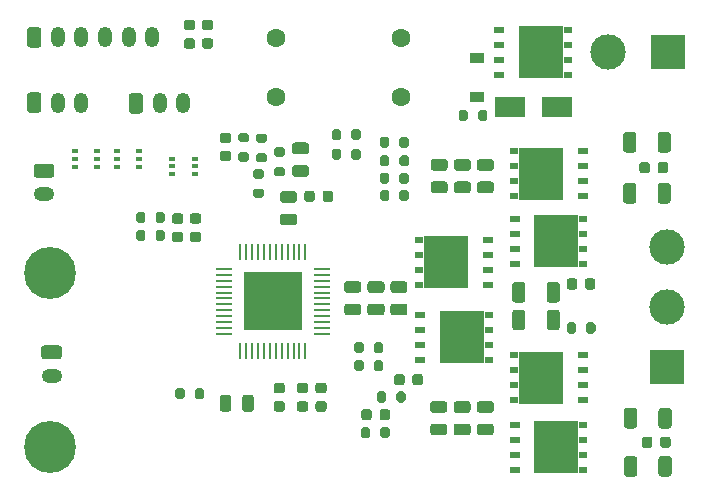
<source format=gts>
G04 #@! TF.GenerationSoftware,KiCad,Pcbnew,5.1.12-84ad8e8a86~92~ubuntu20.04.1*
G04 #@! TF.CreationDate,2022-01-19T10:21:35+02:00*
G04 #@! TF.ProjectId,opm-inline,6f706d2d-696e-46c6-996e-652e6b696361,rev?*
G04 #@! TF.SameCoordinates,Original*
G04 #@! TF.FileFunction,Soldermask,Top*
G04 #@! TF.FilePolarity,Negative*
%FSLAX46Y46*%
G04 Gerber Fmt 4.6, Leading zero omitted, Abs format (unit mm)*
G04 Created by KiCad (PCBNEW 5.1.12-84ad8e8a86~92~ubuntu20.04.1) date 2022-01-19 10:21:35*
%MOMM*%
%LPD*%
G01*
G04 APERTURE LIST*
%ADD10R,3.750000X4.410000*%
%ADD11R,0.800000X0.600000*%
%ADD12R,0.850000X0.500000*%
%ADD13R,3.000000X3.000000*%
%ADD14C,3.000000*%
%ADD15O,1.200000X1.750000*%
%ADD16C,1.600000*%
%ADD17R,5.003800X5.003800*%
%ADD18R,1.346200X0.279400*%
%ADD19R,0.279400X1.346200*%
%ADD20O,1.750000X1.200000*%
%ADD21C,0.700000*%
%ADD22C,4.400000*%
%ADD23R,1.200000X0.900000*%
%ADD24R,2.500000X1.800000*%
%ADD25R,0.499999X0.399999*%
G04 APERTURE END LIST*
D10*
G04 #@! TO.C,Q6*
X168090000Y-93980000D03*
D11*
X170365000Y-92075000D03*
X170365000Y-93345000D03*
X170365000Y-94615000D03*
X170365000Y-95885000D03*
D12*
X164540000Y-94615000D03*
X164540000Y-93345000D03*
X164540000Y-95885000D03*
X164540000Y-92075000D03*
G04 #@! TD*
D10*
G04 #@! TO.C,Q5*
X166780000Y-87630000D03*
D11*
X164505000Y-89535000D03*
X164505000Y-88265000D03*
X164505000Y-86995000D03*
X164505000Y-85725000D03*
D12*
X170330000Y-86995000D03*
X170330000Y-88265000D03*
X170330000Y-85725000D03*
X170330000Y-89535000D03*
G04 #@! TD*
D13*
G04 #@! TO.C,U3*
X185420000Y-96520000D03*
D14*
X185420000Y-91440000D03*
X185420000Y-86360000D03*
G04 #@! TD*
D13*
G04 #@! TO.C,U2*
X185547000Y-69850000D03*
D14*
X180467000Y-69850000D03*
G04 #@! TD*
D10*
G04 #@! TO.C,Q4*
X176100000Y-103270000D03*
D11*
X178375000Y-101365000D03*
X178375000Y-102635000D03*
X178375000Y-103905000D03*
X178375000Y-105175000D03*
D12*
X172550000Y-103905000D03*
X172550000Y-102635000D03*
X172550000Y-105175000D03*
X172550000Y-101365000D03*
G04 #@! TD*
D10*
G04 #@! TO.C,Q3*
X174800000Y-97420000D03*
D11*
X172525000Y-99325000D03*
X172525000Y-98055000D03*
X172525000Y-96785000D03*
X172525000Y-95515000D03*
D12*
X178350000Y-96785000D03*
X178350000Y-98055000D03*
X178350000Y-95515000D03*
X178350000Y-99325000D03*
G04 #@! TD*
D10*
G04 #@! TO.C,Q2*
X176100000Y-85860000D03*
D11*
X178375000Y-83955000D03*
X178375000Y-85225000D03*
X178375000Y-86495000D03*
X178375000Y-87765000D03*
D12*
X172550000Y-86495000D03*
X172550000Y-85225000D03*
X172550000Y-87765000D03*
X172550000Y-83955000D03*
G04 #@! TD*
D10*
G04 #@! TO.C,Q1*
X174800000Y-80110000D03*
D11*
X172525000Y-82015000D03*
X172525000Y-80745000D03*
X172525000Y-79475000D03*
X172525000Y-78205000D03*
D12*
X178350000Y-79475000D03*
X178350000Y-80745000D03*
X178350000Y-78205000D03*
X178350000Y-82015000D03*
G04 #@! TD*
D15*
G04 #@! TO.C,J3*
X141880000Y-68580000D03*
X139880000Y-68580000D03*
X137880000Y-68580000D03*
X135880000Y-68580000D03*
X133880000Y-68580000D03*
G36*
G01*
X131280000Y-69205001D02*
X131280000Y-67954999D01*
G75*
G02*
X131529999Y-67705000I249999J0D01*
G01*
X132230001Y-67705000D01*
G75*
G02*
X132480000Y-67954999I0J-249999D01*
G01*
X132480000Y-69205001D01*
G75*
G02*
X132230001Y-69455000I-249999J0D01*
G01*
X131529999Y-69455000D01*
G75*
G02*
X131280000Y-69205001I0J249999D01*
G01*
G37*
G04 #@! TD*
G04 #@! TO.C,R15*
G36*
G01*
X173472000Y-91884999D02*
X173472000Y-93135001D01*
G75*
G02*
X173222001Y-93385000I-249999J0D01*
G01*
X172596999Y-93385000D01*
G75*
G02*
X172347000Y-93135001I0J249999D01*
G01*
X172347000Y-91884999D01*
G75*
G02*
X172596999Y-91635000I249999J0D01*
G01*
X173222001Y-91635000D01*
G75*
G02*
X173472000Y-91884999I0J-249999D01*
G01*
G37*
G36*
G01*
X176397000Y-91884999D02*
X176397000Y-93135001D01*
G75*
G02*
X176147001Y-93385000I-249999J0D01*
G01*
X175521999Y-93385000D01*
G75*
G02*
X175272000Y-93135001I0J249999D01*
G01*
X175272000Y-91884999D01*
G75*
G02*
X175521999Y-91635000I249999J0D01*
G01*
X176147001Y-91635000D01*
G75*
G02*
X176397000Y-91884999I0J-249999D01*
G01*
G37*
G04 #@! TD*
G04 #@! TO.C,R14*
G36*
G01*
X173472000Y-89544999D02*
X173472000Y-90795001D01*
G75*
G02*
X173222001Y-91045000I-249999J0D01*
G01*
X172596999Y-91045000D01*
G75*
G02*
X172347000Y-90795001I0J249999D01*
G01*
X172347000Y-89544999D01*
G75*
G02*
X172596999Y-89295000I249999J0D01*
G01*
X173222001Y-89295000D01*
G75*
G02*
X173472000Y-89544999I0J-249999D01*
G01*
G37*
G36*
G01*
X176397000Y-89544999D02*
X176397000Y-90795001D01*
G75*
G02*
X176147001Y-91045000I-249999J0D01*
G01*
X175521999Y-91045000D01*
G75*
G02*
X175272000Y-90795001I0J249999D01*
G01*
X175272000Y-89544999D01*
G75*
G02*
X175521999Y-89295000I249999J0D01*
G01*
X176147001Y-89295000D01*
G75*
G02*
X176397000Y-89544999I0J-249999D01*
G01*
G37*
G04 #@! TD*
G04 #@! TO.C,R10*
G36*
G01*
X182940000Y-104284999D02*
X182940000Y-105535001D01*
G75*
G02*
X182690001Y-105785000I-249999J0D01*
G01*
X182064999Y-105785000D01*
G75*
G02*
X181815000Y-105535001I0J249999D01*
G01*
X181815000Y-104284999D01*
G75*
G02*
X182064999Y-104035000I249999J0D01*
G01*
X182690001Y-104035000D01*
G75*
G02*
X182940000Y-104284999I0J-249999D01*
G01*
G37*
G36*
G01*
X185865000Y-104284999D02*
X185865000Y-105535001D01*
G75*
G02*
X185615001Y-105785000I-249999J0D01*
G01*
X184989999Y-105785000D01*
G75*
G02*
X184740000Y-105535001I0J249999D01*
G01*
X184740000Y-104284999D01*
G75*
G02*
X184989999Y-104035000I249999J0D01*
G01*
X185615001Y-104035000D01*
G75*
G02*
X185865000Y-104284999I0J-249999D01*
G01*
G37*
G04 #@! TD*
G04 #@! TO.C,R9*
G36*
G01*
X182940000Y-100204999D02*
X182940000Y-101455001D01*
G75*
G02*
X182690001Y-101705000I-249999J0D01*
G01*
X182064999Y-101705000D01*
G75*
G02*
X181815000Y-101455001I0J249999D01*
G01*
X181815000Y-100204999D01*
G75*
G02*
X182064999Y-99955000I249999J0D01*
G01*
X182690001Y-99955000D01*
G75*
G02*
X182940000Y-100204999I0J-249999D01*
G01*
G37*
G36*
G01*
X185865000Y-100204999D02*
X185865000Y-101455001D01*
G75*
G02*
X185615001Y-101705000I-249999J0D01*
G01*
X184989999Y-101705000D01*
G75*
G02*
X184740000Y-101455001I0J249999D01*
G01*
X184740000Y-100204999D01*
G75*
G02*
X184989999Y-99955000I249999J0D01*
G01*
X185615001Y-99955000D01*
G75*
G02*
X185865000Y-100204999I0J-249999D01*
G01*
G37*
G04 #@! TD*
G04 #@! TO.C,R8*
G36*
G01*
X182862000Y-81154999D02*
X182862000Y-82405001D01*
G75*
G02*
X182612001Y-82655000I-249999J0D01*
G01*
X181986999Y-82655000D01*
G75*
G02*
X181737000Y-82405001I0J249999D01*
G01*
X181737000Y-81154999D01*
G75*
G02*
X181986999Y-80905000I249999J0D01*
G01*
X182612001Y-80905000D01*
G75*
G02*
X182862000Y-81154999I0J-249999D01*
G01*
G37*
G36*
G01*
X185787000Y-81154999D02*
X185787000Y-82405001D01*
G75*
G02*
X185537001Y-82655000I-249999J0D01*
G01*
X184911999Y-82655000D01*
G75*
G02*
X184662000Y-82405001I0J249999D01*
G01*
X184662000Y-81154999D01*
G75*
G02*
X184911999Y-80905000I249999J0D01*
G01*
X185537001Y-80905000D01*
G75*
G02*
X185787000Y-81154999I0J-249999D01*
G01*
G37*
G04 #@! TD*
G04 #@! TO.C,R7*
G36*
G01*
X182862000Y-76844999D02*
X182862000Y-78095001D01*
G75*
G02*
X182612001Y-78345000I-249999J0D01*
G01*
X181986999Y-78345000D01*
G75*
G02*
X181737000Y-78095001I0J249999D01*
G01*
X181737000Y-76844999D01*
G75*
G02*
X181986999Y-76595000I249999J0D01*
G01*
X182612001Y-76595000D01*
G75*
G02*
X182862000Y-76844999I0J-249999D01*
G01*
G37*
G36*
G01*
X185787000Y-76844999D02*
X185787000Y-78095001D01*
G75*
G02*
X185537001Y-78345000I-249999J0D01*
G01*
X184911999Y-78345000D01*
G75*
G02*
X184662000Y-78095001I0J249999D01*
G01*
X184662000Y-76844999D01*
G75*
G02*
X184911999Y-76595000I249999J0D01*
G01*
X185537001Y-76595000D01*
G75*
G02*
X185787000Y-76844999I0J-249999D01*
G01*
G37*
G04 #@! TD*
G04 #@! TO.C,R26*
G36*
G01*
X145490000Y-99035000D02*
X145490000Y-98485000D01*
G75*
G02*
X145690000Y-98285000I200000J0D01*
G01*
X146090000Y-98285000D01*
G75*
G02*
X146290000Y-98485000I0J-200000D01*
G01*
X146290000Y-99035000D01*
G75*
G02*
X146090000Y-99235000I-200000J0D01*
G01*
X145690000Y-99235000D01*
G75*
G02*
X145490000Y-99035000I0J200000D01*
G01*
G37*
G36*
G01*
X143840000Y-99035000D02*
X143840000Y-98485000D01*
G75*
G02*
X144040000Y-98285000I200000J0D01*
G01*
X144440000Y-98285000D01*
G75*
G02*
X144640000Y-98485000I0J-200000D01*
G01*
X144640000Y-99035000D01*
G75*
G02*
X144440000Y-99235000I-200000J0D01*
G01*
X144040000Y-99235000D01*
G75*
G02*
X143840000Y-99035000I0J200000D01*
G01*
G37*
G04 #@! TD*
G04 #@! TO.C,R25*
G36*
G01*
X152929000Y-78696000D02*
X152379000Y-78696000D01*
G75*
G02*
X152179000Y-78496000I0J200000D01*
G01*
X152179000Y-78096000D01*
G75*
G02*
X152379000Y-77896000I200000J0D01*
G01*
X152929000Y-77896000D01*
G75*
G02*
X153129000Y-78096000I0J-200000D01*
G01*
X153129000Y-78496000D01*
G75*
G02*
X152929000Y-78696000I-200000J0D01*
G01*
G37*
G36*
G01*
X152929000Y-80346000D02*
X152379000Y-80346000D01*
G75*
G02*
X152179000Y-80146000I0J200000D01*
G01*
X152179000Y-79746000D01*
G75*
G02*
X152379000Y-79546000I200000J0D01*
G01*
X152929000Y-79546000D01*
G75*
G02*
X153129000Y-79746000I0J-200000D01*
G01*
X153129000Y-80146000D01*
G75*
G02*
X152929000Y-80346000I-200000J0D01*
G01*
G37*
G04 #@! TD*
G04 #@! TO.C,C20*
G36*
G01*
X144272000Y-84376000D02*
X143772000Y-84376000D01*
G75*
G02*
X143547000Y-84151000I0J225000D01*
G01*
X143547000Y-83701000D01*
G75*
G02*
X143772000Y-83476000I225000J0D01*
G01*
X144272000Y-83476000D01*
G75*
G02*
X144497000Y-83701000I0J-225000D01*
G01*
X144497000Y-84151000D01*
G75*
G02*
X144272000Y-84376000I-225000J0D01*
G01*
G37*
G36*
G01*
X144272000Y-85926000D02*
X143772000Y-85926000D01*
G75*
G02*
X143547000Y-85701000I0J225000D01*
G01*
X143547000Y-85251000D01*
G75*
G02*
X143772000Y-85026000I225000J0D01*
G01*
X144272000Y-85026000D01*
G75*
G02*
X144497000Y-85251000I0J-225000D01*
G01*
X144497000Y-85701000D01*
G75*
G02*
X144272000Y-85926000I-225000J0D01*
G01*
G37*
G04 #@! TD*
G04 #@! TO.C,C19*
G36*
G01*
X153891000Y-82608000D02*
X152941000Y-82608000D01*
G75*
G02*
X152691000Y-82358000I0J250000D01*
G01*
X152691000Y-81858000D01*
G75*
G02*
X152941000Y-81608000I250000J0D01*
G01*
X153891000Y-81608000D01*
G75*
G02*
X154141000Y-81858000I0J-250000D01*
G01*
X154141000Y-82358000D01*
G75*
G02*
X153891000Y-82608000I-250000J0D01*
G01*
G37*
G36*
G01*
X153891000Y-84508000D02*
X152941000Y-84508000D01*
G75*
G02*
X152691000Y-84258000I0J250000D01*
G01*
X152691000Y-83758000D01*
G75*
G02*
X152941000Y-83508000I250000J0D01*
G01*
X153891000Y-83508000D01*
G75*
G02*
X154141000Y-83758000I0J-250000D01*
G01*
X154141000Y-84258000D01*
G75*
G02*
X153891000Y-84508000I-250000J0D01*
G01*
G37*
G04 #@! TD*
G04 #@! TO.C,C18*
G36*
G01*
X148582000Y-99093000D02*
X148582000Y-100043000D01*
G75*
G02*
X148332000Y-100293000I-250000J0D01*
G01*
X147832000Y-100293000D01*
G75*
G02*
X147582000Y-100043000I0J250000D01*
G01*
X147582000Y-99093000D01*
G75*
G02*
X147832000Y-98843000I250000J0D01*
G01*
X148332000Y-98843000D01*
G75*
G02*
X148582000Y-99093000I0J-250000D01*
G01*
G37*
G36*
G01*
X150482000Y-99093000D02*
X150482000Y-100043000D01*
G75*
G02*
X150232000Y-100293000I-250000J0D01*
G01*
X149732000Y-100293000D01*
G75*
G02*
X149482000Y-100043000I0J250000D01*
G01*
X149482000Y-99093000D01*
G75*
G02*
X149732000Y-98843000I250000J0D01*
G01*
X150232000Y-98843000D01*
G75*
G02*
X150482000Y-99093000I0J-250000D01*
G01*
G37*
G04 #@! TD*
G04 #@! TO.C,C13*
G36*
G01*
X154907000Y-78483000D02*
X153957000Y-78483000D01*
G75*
G02*
X153707000Y-78233000I0J250000D01*
G01*
X153707000Y-77733000D01*
G75*
G02*
X153957000Y-77483000I250000J0D01*
G01*
X154907000Y-77483000D01*
G75*
G02*
X155157000Y-77733000I0J-250000D01*
G01*
X155157000Y-78233000D01*
G75*
G02*
X154907000Y-78483000I-250000J0D01*
G01*
G37*
G36*
G01*
X154907000Y-80383000D02*
X153957000Y-80383000D01*
G75*
G02*
X153707000Y-80133000I0J250000D01*
G01*
X153707000Y-79633000D01*
G75*
G02*
X153957000Y-79383000I250000J0D01*
G01*
X154907000Y-79383000D01*
G75*
G02*
X155157000Y-79633000I0J-250000D01*
G01*
X155157000Y-80133000D01*
G75*
G02*
X154907000Y-80383000I-250000J0D01*
G01*
G37*
G04 #@! TD*
D16*
G04 #@! TO.C,C16*
X152330000Y-68660000D03*
X152330000Y-73660000D03*
G04 #@! TD*
G04 #@! TO.C,C15*
X162918000Y-68660000D03*
X162918000Y-73660000D03*
G04 #@! TD*
G04 #@! TO.C,R22*
G36*
G01*
X142157000Y-84095000D02*
X142157000Y-83545000D01*
G75*
G02*
X142357000Y-83345000I200000J0D01*
G01*
X142757000Y-83345000D01*
G75*
G02*
X142957000Y-83545000I0J-200000D01*
G01*
X142957000Y-84095000D01*
G75*
G02*
X142757000Y-84295000I-200000J0D01*
G01*
X142357000Y-84295000D01*
G75*
G02*
X142157000Y-84095000I0J200000D01*
G01*
G37*
G36*
G01*
X140507000Y-84095000D02*
X140507000Y-83545000D01*
G75*
G02*
X140707000Y-83345000I200000J0D01*
G01*
X141107000Y-83345000D01*
G75*
G02*
X141307000Y-83545000I0J-200000D01*
G01*
X141307000Y-84095000D01*
G75*
G02*
X141107000Y-84295000I-200000J0D01*
G01*
X140707000Y-84295000D01*
G75*
G02*
X140507000Y-84095000I0J200000D01*
G01*
G37*
G04 #@! TD*
G04 #@! TO.C,R21*
G36*
G01*
X141307000Y-85069000D02*
X141307000Y-85619000D01*
G75*
G02*
X141107000Y-85819000I-200000J0D01*
G01*
X140707000Y-85819000D01*
G75*
G02*
X140507000Y-85619000I0J200000D01*
G01*
X140507000Y-85069000D01*
G75*
G02*
X140707000Y-84869000I200000J0D01*
G01*
X141107000Y-84869000D01*
G75*
G02*
X141307000Y-85069000I0J-200000D01*
G01*
G37*
G36*
G01*
X142957000Y-85069000D02*
X142957000Y-85619000D01*
G75*
G02*
X142757000Y-85819000I-200000J0D01*
G01*
X142357000Y-85819000D01*
G75*
G02*
X142157000Y-85619000I0J200000D01*
G01*
X142157000Y-85069000D01*
G75*
G02*
X142357000Y-84869000I200000J0D01*
G01*
X142757000Y-84869000D01*
G75*
G02*
X142957000Y-85069000I0J-200000D01*
G01*
G37*
G04 #@! TD*
G04 #@! TO.C,R20*
G36*
G01*
X158730000Y-77110000D02*
X158730000Y-76560000D01*
G75*
G02*
X158930000Y-76360000I200000J0D01*
G01*
X159330000Y-76360000D01*
G75*
G02*
X159530000Y-76560000I0J-200000D01*
G01*
X159530000Y-77110000D01*
G75*
G02*
X159330000Y-77310000I-200000J0D01*
G01*
X158930000Y-77310000D01*
G75*
G02*
X158730000Y-77110000I0J200000D01*
G01*
G37*
G36*
G01*
X157080000Y-77110000D02*
X157080000Y-76560000D01*
G75*
G02*
X157280000Y-76360000I200000J0D01*
G01*
X157680000Y-76360000D01*
G75*
G02*
X157880000Y-76560000I0J-200000D01*
G01*
X157880000Y-77110000D01*
G75*
G02*
X157680000Y-77310000I-200000J0D01*
G01*
X157280000Y-77310000D01*
G75*
G02*
X157080000Y-77110000I0J200000D01*
G01*
G37*
G04 #@! TD*
G04 #@! TO.C,R19*
G36*
G01*
X158730000Y-78761000D02*
X158730000Y-78211000D01*
G75*
G02*
X158930000Y-78011000I200000J0D01*
G01*
X159330000Y-78011000D01*
G75*
G02*
X159530000Y-78211000I0J-200000D01*
G01*
X159530000Y-78761000D01*
G75*
G02*
X159330000Y-78961000I-200000J0D01*
G01*
X158930000Y-78961000D01*
G75*
G02*
X158730000Y-78761000I0J200000D01*
G01*
G37*
G36*
G01*
X157080000Y-78761000D02*
X157080000Y-78211000D01*
G75*
G02*
X157280000Y-78011000I200000J0D01*
G01*
X157680000Y-78011000D01*
G75*
G02*
X157880000Y-78211000I0J-200000D01*
G01*
X157880000Y-78761000D01*
G75*
G02*
X157680000Y-78961000I-200000J0D01*
G01*
X157280000Y-78961000D01*
G75*
G02*
X157080000Y-78761000I0J200000D01*
G01*
G37*
G04 #@! TD*
G04 #@! TO.C,R18*
G36*
G01*
X151405000Y-77526000D02*
X150855000Y-77526000D01*
G75*
G02*
X150655000Y-77326000I0J200000D01*
G01*
X150655000Y-76926000D01*
G75*
G02*
X150855000Y-76726000I200000J0D01*
G01*
X151405000Y-76726000D01*
G75*
G02*
X151605000Y-76926000I0J-200000D01*
G01*
X151605000Y-77326000D01*
G75*
G02*
X151405000Y-77526000I-200000J0D01*
G01*
G37*
G36*
G01*
X151405000Y-79176000D02*
X150855000Y-79176000D01*
G75*
G02*
X150655000Y-78976000I0J200000D01*
G01*
X150655000Y-78576000D01*
G75*
G02*
X150855000Y-78376000I200000J0D01*
G01*
X151405000Y-78376000D01*
G75*
G02*
X151605000Y-78576000I0J-200000D01*
G01*
X151605000Y-78976000D01*
G75*
G02*
X151405000Y-79176000I-200000J0D01*
G01*
G37*
G04 #@! TD*
G04 #@! TO.C,R17*
G36*
G01*
X149881000Y-77462000D02*
X149331000Y-77462000D01*
G75*
G02*
X149131000Y-77262000I0J200000D01*
G01*
X149131000Y-76862000D01*
G75*
G02*
X149331000Y-76662000I200000J0D01*
G01*
X149881000Y-76662000D01*
G75*
G02*
X150081000Y-76862000I0J-200000D01*
G01*
X150081000Y-77262000D01*
G75*
G02*
X149881000Y-77462000I-200000J0D01*
G01*
G37*
G36*
G01*
X149881000Y-79112000D02*
X149331000Y-79112000D01*
G75*
G02*
X149131000Y-78912000I0J200000D01*
G01*
X149131000Y-78512000D01*
G75*
G02*
X149331000Y-78312000I200000J0D01*
G01*
X149881000Y-78312000D01*
G75*
G02*
X150081000Y-78512000I0J-200000D01*
G01*
X150081000Y-78912000D01*
G75*
G02*
X149881000Y-79112000I-200000J0D01*
G01*
G37*
G04 #@! TD*
G04 #@! TO.C,R16*
G36*
G01*
X151151000Y-80537000D02*
X150601000Y-80537000D01*
G75*
G02*
X150401000Y-80337000I0J200000D01*
G01*
X150401000Y-79937000D01*
G75*
G02*
X150601000Y-79737000I200000J0D01*
G01*
X151151000Y-79737000D01*
G75*
G02*
X151351000Y-79937000I0J-200000D01*
G01*
X151351000Y-80337000D01*
G75*
G02*
X151151000Y-80537000I-200000J0D01*
G01*
G37*
G36*
G01*
X151151000Y-82187000D02*
X150601000Y-82187000D01*
G75*
G02*
X150401000Y-81987000I0J200000D01*
G01*
X150401000Y-81587000D01*
G75*
G02*
X150601000Y-81387000I200000J0D01*
G01*
X151151000Y-81387000D01*
G75*
G02*
X151351000Y-81587000I0J-200000D01*
G01*
X151351000Y-81987000D01*
G75*
G02*
X151151000Y-82187000I-200000J0D01*
G01*
G37*
G04 #@! TD*
G04 #@! TO.C,R13*
G36*
G01*
X159785000Y-94594000D02*
X159785000Y-95144000D01*
G75*
G02*
X159585000Y-95344000I-200000J0D01*
G01*
X159185000Y-95344000D01*
G75*
G02*
X158985000Y-95144000I0J200000D01*
G01*
X158985000Y-94594000D01*
G75*
G02*
X159185000Y-94394000I200000J0D01*
G01*
X159585000Y-94394000D01*
G75*
G02*
X159785000Y-94594000I0J-200000D01*
G01*
G37*
G36*
G01*
X161435000Y-94594000D02*
X161435000Y-95144000D01*
G75*
G02*
X161235000Y-95344000I-200000J0D01*
G01*
X160835000Y-95344000D01*
G75*
G02*
X160635000Y-95144000I0J200000D01*
G01*
X160635000Y-94594000D01*
G75*
G02*
X160835000Y-94394000I200000J0D01*
G01*
X161235000Y-94394000D01*
G75*
G02*
X161435000Y-94594000I0J-200000D01*
G01*
G37*
G04 #@! TD*
G04 #@! TO.C,R12*
G36*
G01*
X159785000Y-96118000D02*
X159785000Y-96668000D01*
G75*
G02*
X159585000Y-96868000I-200000J0D01*
G01*
X159185000Y-96868000D01*
G75*
G02*
X158985000Y-96668000I0J200000D01*
G01*
X158985000Y-96118000D01*
G75*
G02*
X159185000Y-95918000I200000J0D01*
G01*
X159585000Y-95918000D01*
G75*
G02*
X159785000Y-96118000I0J-200000D01*
G01*
G37*
G36*
G01*
X161435000Y-96118000D02*
X161435000Y-96668000D01*
G75*
G02*
X161235000Y-96868000I-200000J0D01*
G01*
X160835000Y-96868000D01*
G75*
G02*
X160635000Y-96668000I0J200000D01*
G01*
X160635000Y-96118000D01*
G75*
G02*
X160835000Y-95918000I200000J0D01*
G01*
X161235000Y-95918000D01*
G75*
G02*
X161435000Y-96118000I0J-200000D01*
G01*
G37*
G04 #@! TD*
G04 #@! TO.C,R11*
G36*
G01*
X161960000Y-81705000D02*
X161960000Y-82255000D01*
G75*
G02*
X161760000Y-82455000I-200000J0D01*
G01*
X161360000Y-82455000D01*
G75*
G02*
X161160000Y-82255000I0J200000D01*
G01*
X161160000Y-81705000D01*
G75*
G02*
X161360000Y-81505000I200000J0D01*
G01*
X161760000Y-81505000D01*
G75*
G02*
X161960000Y-81705000I0J-200000D01*
G01*
G37*
G36*
G01*
X163610000Y-81705000D02*
X163610000Y-82255000D01*
G75*
G02*
X163410000Y-82455000I-200000J0D01*
G01*
X163010000Y-82455000D01*
G75*
G02*
X162810000Y-82255000I0J200000D01*
G01*
X162810000Y-81705000D01*
G75*
G02*
X163010000Y-81505000I200000J0D01*
G01*
X163410000Y-81505000D01*
G75*
G02*
X163610000Y-81705000I0J-200000D01*
G01*
G37*
G04 #@! TD*
G04 #@! TO.C,R6*
G36*
G01*
X160340000Y-101775000D02*
X160340000Y-102325000D01*
G75*
G02*
X160140000Y-102525000I-200000J0D01*
G01*
X159740000Y-102525000D01*
G75*
G02*
X159540000Y-102325000I0J200000D01*
G01*
X159540000Y-101775000D01*
G75*
G02*
X159740000Y-101575000I200000J0D01*
G01*
X160140000Y-101575000D01*
G75*
G02*
X160340000Y-101775000I0J-200000D01*
G01*
G37*
G36*
G01*
X161990000Y-101775000D02*
X161990000Y-102325000D01*
G75*
G02*
X161790000Y-102525000I-200000J0D01*
G01*
X161390000Y-102525000D01*
G75*
G02*
X161190000Y-102325000I0J200000D01*
G01*
X161190000Y-101775000D01*
G75*
G02*
X161390000Y-101575000I200000J0D01*
G01*
X161790000Y-101575000D01*
G75*
G02*
X161990000Y-101775000I0J-200000D01*
G01*
G37*
G04 #@! TD*
G04 #@! TO.C,R5*
G36*
G01*
X161690000Y-98755000D02*
X161690000Y-99305000D01*
G75*
G02*
X161490000Y-99505000I-200000J0D01*
G01*
X161090000Y-99505000D01*
G75*
G02*
X160890000Y-99305000I0J200000D01*
G01*
X160890000Y-98755000D01*
G75*
G02*
X161090000Y-98555000I200000J0D01*
G01*
X161490000Y-98555000D01*
G75*
G02*
X161690000Y-98755000I0J-200000D01*
G01*
G37*
G36*
G01*
X163340000Y-98755000D02*
X163340000Y-99305000D01*
G75*
G02*
X163140000Y-99505000I-200000J0D01*
G01*
X162740000Y-99505000D01*
G75*
G02*
X162540000Y-99305000I0J200000D01*
G01*
X162540000Y-98755000D01*
G75*
G02*
X162740000Y-98555000I200000J0D01*
G01*
X163140000Y-98555000D01*
G75*
G02*
X163340000Y-98755000I0J-200000D01*
G01*
G37*
G04 #@! TD*
G04 #@! TO.C,R4*
G36*
G01*
X177765000Y-92905000D02*
X177765000Y-93455000D01*
G75*
G02*
X177565000Y-93655000I-200000J0D01*
G01*
X177165000Y-93655000D01*
G75*
G02*
X176965000Y-93455000I0J200000D01*
G01*
X176965000Y-92905000D01*
G75*
G02*
X177165000Y-92705000I200000J0D01*
G01*
X177565000Y-92705000D01*
G75*
G02*
X177765000Y-92905000I0J-200000D01*
G01*
G37*
G36*
G01*
X179415000Y-92905000D02*
X179415000Y-93455000D01*
G75*
G02*
X179215000Y-93655000I-200000J0D01*
G01*
X178815000Y-93655000D01*
G75*
G02*
X178615000Y-93455000I0J200000D01*
G01*
X178615000Y-92905000D01*
G75*
G02*
X178815000Y-92705000I200000J0D01*
G01*
X179215000Y-92705000D01*
G75*
G02*
X179415000Y-92905000I0J-200000D01*
G01*
G37*
G04 #@! TD*
G04 #@! TO.C,R3*
G36*
G01*
X161960000Y-80235000D02*
X161960000Y-80785000D01*
G75*
G02*
X161760000Y-80985000I-200000J0D01*
G01*
X161360000Y-80985000D01*
G75*
G02*
X161160000Y-80785000I0J200000D01*
G01*
X161160000Y-80235000D01*
G75*
G02*
X161360000Y-80035000I200000J0D01*
G01*
X161760000Y-80035000D01*
G75*
G02*
X161960000Y-80235000I0J-200000D01*
G01*
G37*
G36*
G01*
X163610000Y-80235000D02*
X163610000Y-80785000D01*
G75*
G02*
X163410000Y-80985000I-200000J0D01*
G01*
X163010000Y-80985000D01*
G75*
G02*
X162810000Y-80785000I0J200000D01*
G01*
X162810000Y-80235000D01*
G75*
G02*
X163010000Y-80035000I200000J0D01*
G01*
X163410000Y-80035000D01*
G75*
G02*
X163610000Y-80235000I0J-200000D01*
G01*
G37*
G04 #@! TD*
G04 #@! TO.C,R2*
G36*
G01*
X161960000Y-78765000D02*
X161960000Y-79315000D01*
G75*
G02*
X161760000Y-79515000I-200000J0D01*
G01*
X161360000Y-79515000D01*
G75*
G02*
X161160000Y-79315000I0J200000D01*
G01*
X161160000Y-78765000D01*
G75*
G02*
X161360000Y-78565000I200000J0D01*
G01*
X161760000Y-78565000D01*
G75*
G02*
X161960000Y-78765000I0J-200000D01*
G01*
G37*
G36*
G01*
X163610000Y-78765000D02*
X163610000Y-79315000D01*
G75*
G02*
X163410000Y-79515000I-200000J0D01*
G01*
X163010000Y-79515000D01*
G75*
G02*
X162810000Y-79315000I0J200000D01*
G01*
X162810000Y-78765000D01*
G75*
G02*
X163010000Y-78565000I200000J0D01*
G01*
X163410000Y-78565000D01*
G75*
G02*
X163610000Y-78765000I0J-200000D01*
G01*
G37*
G04 #@! TD*
G04 #@! TO.C,R1*
G36*
G01*
X161944000Y-77195000D02*
X161944000Y-77745000D01*
G75*
G02*
X161744000Y-77945000I-200000J0D01*
G01*
X161344000Y-77945000D01*
G75*
G02*
X161144000Y-77745000I0J200000D01*
G01*
X161144000Y-77195000D01*
G75*
G02*
X161344000Y-76995000I200000J0D01*
G01*
X161744000Y-76995000D01*
G75*
G02*
X161944000Y-77195000I0J-200000D01*
G01*
G37*
G36*
G01*
X163594000Y-77195000D02*
X163594000Y-77745000D01*
G75*
G02*
X163394000Y-77945000I-200000J0D01*
G01*
X162994000Y-77945000D01*
G75*
G02*
X162794000Y-77745000I0J200000D01*
G01*
X162794000Y-77195000D01*
G75*
G02*
X162994000Y-76995000I200000J0D01*
G01*
X163394000Y-76995000D01*
G75*
G02*
X163594000Y-77195000I0J-200000D01*
G01*
G37*
G04 #@! TD*
D17*
G04 #@! TO.C,IC1*
X152090000Y-90940000D03*
D18*
X156268300Y-88190000D03*
X156268300Y-88689999D03*
X156268300Y-89190001D03*
X156268300Y-89690000D03*
X156268300Y-90189999D03*
X156268300Y-90690000D03*
X156268300Y-91190000D03*
X156268300Y-91690001D03*
X156268300Y-92190000D03*
X156268300Y-92689999D03*
X156268300Y-93190001D03*
X156268300Y-93690000D03*
D19*
X154840000Y-95118300D03*
X154340001Y-95118300D03*
X153839999Y-95118300D03*
X153340000Y-95118300D03*
X152840001Y-95118300D03*
X152340000Y-95118300D03*
X151840000Y-95118300D03*
X151339999Y-95118300D03*
X150840000Y-95118300D03*
X150340001Y-95118300D03*
X149839999Y-95118300D03*
X149340000Y-95118300D03*
D18*
X147911700Y-93690000D03*
X147911700Y-93190001D03*
X147911700Y-92689999D03*
X147911700Y-92190000D03*
X147911700Y-91690001D03*
X147911700Y-91190000D03*
X147911700Y-90690000D03*
X147911700Y-90189999D03*
X147911700Y-89690000D03*
X147911700Y-89190001D03*
X147911700Y-88689999D03*
X147911700Y-88190000D03*
D19*
X149340000Y-86761700D03*
X149839999Y-86761700D03*
X150340001Y-86761700D03*
X150840000Y-86761700D03*
X151339999Y-86761700D03*
X151840000Y-86761700D03*
X152340000Y-86761700D03*
X152840001Y-86761700D03*
X153340000Y-86761700D03*
X153839999Y-86761700D03*
X154340001Y-86761700D03*
X154840000Y-86761700D03*
G04 #@! TD*
G04 #@! TO.C,D2*
G36*
G01*
X146814250Y-67950500D02*
X146301750Y-67950500D01*
G75*
G02*
X146083000Y-67731750I0J218750D01*
G01*
X146083000Y-67294250D01*
G75*
G02*
X146301750Y-67075500I218750J0D01*
G01*
X146814250Y-67075500D01*
G75*
G02*
X147033000Y-67294250I0J-218750D01*
G01*
X147033000Y-67731750D01*
G75*
G02*
X146814250Y-67950500I-218750J0D01*
G01*
G37*
G36*
G01*
X146814250Y-69525500D02*
X146301750Y-69525500D01*
G75*
G02*
X146083000Y-69306750I0J218750D01*
G01*
X146083000Y-68869250D01*
G75*
G02*
X146301750Y-68650500I218750J0D01*
G01*
X146814250Y-68650500D01*
G75*
G02*
X147033000Y-68869250I0J-218750D01*
G01*
X147033000Y-69306750D01*
G75*
G02*
X146814250Y-69525500I-218750J0D01*
G01*
G37*
G04 #@! TD*
G04 #@! TO.C,D1*
G36*
G01*
X145290250Y-67976000D02*
X144777750Y-67976000D01*
G75*
G02*
X144559000Y-67757250I0J218750D01*
G01*
X144559000Y-67319750D01*
G75*
G02*
X144777750Y-67101000I218750J0D01*
G01*
X145290250Y-67101000D01*
G75*
G02*
X145509000Y-67319750I0J-218750D01*
G01*
X145509000Y-67757250D01*
G75*
G02*
X145290250Y-67976000I-218750J0D01*
G01*
G37*
G36*
G01*
X145290250Y-69551000D02*
X144777750Y-69551000D01*
G75*
G02*
X144559000Y-69332250I0J218750D01*
G01*
X144559000Y-68894750D01*
G75*
G02*
X144777750Y-68676000I218750J0D01*
G01*
X145290250Y-68676000D01*
G75*
G02*
X145509000Y-68894750I0J-218750D01*
G01*
X145509000Y-69332250D01*
G75*
G02*
X145290250Y-69551000I-218750J0D01*
G01*
G37*
G04 #@! TD*
G04 #@! TO.C,C17*
G36*
G01*
X147832000Y-78189000D02*
X148332000Y-78189000D01*
G75*
G02*
X148557000Y-78414000I0J-225000D01*
G01*
X148557000Y-78864000D01*
G75*
G02*
X148332000Y-79089000I-225000J0D01*
G01*
X147832000Y-79089000D01*
G75*
G02*
X147607000Y-78864000I0J225000D01*
G01*
X147607000Y-78414000D01*
G75*
G02*
X147832000Y-78189000I225000J0D01*
G01*
G37*
G36*
G01*
X147832000Y-76639000D02*
X148332000Y-76639000D01*
G75*
G02*
X148557000Y-76864000I0J-225000D01*
G01*
X148557000Y-77314000D01*
G75*
G02*
X148332000Y-77539000I-225000J0D01*
G01*
X147832000Y-77539000D01*
G75*
G02*
X147607000Y-77314000I0J225000D01*
G01*
X147607000Y-76864000D01*
G75*
G02*
X147832000Y-76639000I225000J0D01*
G01*
G37*
G04 #@! TD*
G04 #@! TO.C,C14*
G36*
G01*
X185565000Y-79360000D02*
X185565000Y-79860000D01*
G75*
G02*
X185340000Y-80085000I-225000J0D01*
G01*
X184890000Y-80085000D01*
G75*
G02*
X184665000Y-79860000I0J225000D01*
G01*
X184665000Y-79360000D01*
G75*
G02*
X184890000Y-79135000I225000J0D01*
G01*
X185340000Y-79135000D01*
G75*
G02*
X185565000Y-79360000I0J-225000D01*
G01*
G37*
G36*
G01*
X184015000Y-79360000D02*
X184015000Y-79860000D01*
G75*
G02*
X183790000Y-80085000I-225000J0D01*
G01*
X183340000Y-80085000D01*
G75*
G02*
X183115000Y-79860000I0J225000D01*
G01*
X183115000Y-79360000D01*
G75*
G02*
X183340000Y-79135000I225000J0D01*
G01*
X183790000Y-79135000D01*
G75*
G02*
X184015000Y-79360000I0J-225000D01*
G01*
G37*
G04 #@! TD*
G04 #@! TO.C,C12*
G36*
G01*
X178506000Y-89708000D02*
X178506000Y-89208000D01*
G75*
G02*
X178731000Y-88983000I225000J0D01*
G01*
X179181000Y-88983000D01*
G75*
G02*
X179406000Y-89208000I0J-225000D01*
G01*
X179406000Y-89708000D01*
G75*
G02*
X179181000Y-89933000I-225000J0D01*
G01*
X178731000Y-89933000D01*
G75*
G02*
X178506000Y-89708000I0J225000D01*
G01*
G37*
G36*
G01*
X176956000Y-89708000D02*
X176956000Y-89208000D01*
G75*
G02*
X177181000Y-88983000I225000J0D01*
G01*
X177631000Y-88983000D01*
G75*
G02*
X177856000Y-89208000I0J-225000D01*
G01*
X177856000Y-89708000D01*
G75*
G02*
X177631000Y-89933000I-225000J0D01*
G01*
X177181000Y-89933000D01*
G75*
G02*
X176956000Y-89708000I0J225000D01*
G01*
G37*
G04 #@! TD*
G04 #@! TO.C,C11*
G36*
G01*
X184220000Y-102620000D02*
X184220000Y-103120000D01*
G75*
G02*
X183995000Y-103345000I-225000J0D01*
G01*
X183545000Y-103345000D01*
G75*
G02*
X183320000Y-103120000I0J225000D01*
G01*
X183320000Y-102620000D01*
G75*
G02*
X183545000Y-102395000I225000J0D01*
G01*
X183995000Y-102395000D01*
G75*
G02*
X184220000Y-102620000I0J-225000D01*
G01*
G37*
G36*
G01*
X185770000Y-102620000D02*
X185770000Y-103120000D01*
G75*
G02*
X185545000Y-103345000I-225000J0D01*
G01*
X185095000Y-103345000D01*
G75*
G02*
X184870000Y-103120000I0J225000D01*
G01*
X184870000Y-102620000D01*
G75*
G02*
X185095000Y-102395000I225000J0D01*
G01*
X185545000Y-102395000D01*
G75*
G02*
X185770000Y-102620000I0J-225000D01*
G01*
G37*
G04 #@! TD*
G04 #@! TO.C,C10*
G36*
G01*
X145792000Y-84371000D02*
X145292000Y-84371000D01*
G75*
G02*
X145067000Y-84146000I0J225000D01*
G01*
X145067000Y-83696000D01*
G75*
G02*
X145292000Y-83471000I225000J0D01*
G01*
X145792000Y-83471000D01*
G75*
G02*
X146017000Y-83696000I0J-225000D01*
G01*
X146017000Y-84146000D01*
G75*
G02*
X145792000Y-84371000I-225000J0D01*
G01*
G37*
G36*
G01*
X145792000Y-85921000D02*
X145292000Y-85921000D01*
G75*
G02*
X145067000Y-85696000I0J225000D01*
G01*
X145067000Y-85246000D01*
G75*
G02*
X145292000Y-85021000I225000J0D01*
G01*
X145792000Y-85021000D01*
G75*
G02*
X146017000Y-85246000I0J-225000D01*
G01*
X146017000Y-85696000D01*
G75*
G02*
X145792000Y-85921000I-225000J0D01*
G01*
G37*
G04 #@! TD*
G04 #@! TO.C,C6*
G36*
G01*
X163251000Y-97309000D02*
X163251000Y-97809000D01*
G75*
G02*
X163026000Y-98034000I-225000J0D01*
G01*
X162576000Y-98034000D01*
G75*
G02*
X162351000Y-97809000I0J225000D01*
G01*
X162351000Y-97309000D01*
G75*
G02*
X162576000Y-97084000I225000J0D01*
G01*
X163026000Y-97084000D01*
G75*
G02*
X163251000Y-97309000I0J-225000D01*
G01*
G37*
G36*
G01*
X164801000Y-97309000D02*
X164801000Y-97809000D01*
G75*
G02*
X164576000Y-98034000I-225000J0D01*
G01*
X164126000Y-98034000D01*
G75*
G02*
X163901000Y-97809000I0J225000D01*
G01*
X163901000Y-97309000D01*
G75*
G02*
X164126000Y-97084000I225000J0D01*
G01*
X164576000Y-97084000D01*
G75*
G02*
X164801000Y-97309000I0J-225000D01*
G01*
G37*
G04 #@! TD*
G04 #@! TO.C,C5*
G36*
G01*
X159570000Y-100780000D02*
X159570000Y-100280000D01*
G75*
G02*
X159795000Y-100055000I225000J0D01*
G01*
X160245000Y-100055000D01*
G75*
G02*
X160470000Y-100280000I0J-225000D01*
G01*
X160470000Y-100780000D01*
G75*
G02*
X160245000Y-101005000I-225000J0D01*
G01*
X159795000Y-101005000D01*
G75*
G02*
X159570000Y-100780000I0J225000D01*
G01*
G37*
G36*
G01*
X161120000Y-100780000D02*
X161120000Y-100280000D01*
G75*
G02*
X161345000Y-100055000I225000J0D01*
G01*
X161795000Y-100055000D01*
G75*
G02*
X162020000Y-100280000I0J-225000D01*
G01*
X162020000Y-100780000D01*
G75*
G02*
X161795000Y-101005000I-225000J0D01*
G01*
X161345000Y-101005000D01*
G75*
G02*
X161120000Y-100780000I0J225000D01*
G01*
G37*
G04 #@! TD*
G04 #@! TO.C,C4*
G36*
G01*
X155644000Y-81792000D02*
X155644000Y-82292000D01*
G75*
G02*
X155419000Y-82517000I-225000J0D01*
G01*
X154969000Y-82517000D01*
G75*
G02*
X154744000Y-82292000I0J225000D01*
G01*
X154744000Y-81792000D01*
G75*
G02*
X154969000Y-81567000I225000J0D01*
G01*
X155419000Y-81567000D01*
G75*
G02*
X155644000Y-81792000I0J-225000D01*
G01*
G37*
G36*
G01*
X157194000Y-81792000D02*
X157194000Y-82292000D01*
G75*
G02*
X156969000Y-82517000I-225000J0D01*
G01*
X156519000Y-82517000D01*
G75*
G02*
X156294000Y-82292000I0J225000D01*
G01*
X156294000Y-81792000D01*
G75*
G02*
X156519000Y-81567000I225000J0D01*
G01*
X156969000Y-81567000D01*
G75*
G02*
X157194000Y-81792000I0J-225000D01*
G01*
G37*
G04 #@! TD*
G04 #@! TO.C,C3*
G36*
G01*
X156420000Y-98730000D02*
X155920000Y-98730000D01*
G75*
G02*
X155695000Y-98505000I0J225000D01*
G01*
X155695000Y-98055000D01*
G75*
G02*
X155920000Y-97830000I225000J0D01*
G01*
X156420000Y-97830000D01*
G75*
G02*
X156645000Y-98055000I0J-225000D01*
G01*
X156645000Y-98505000D01*
G75*
G02*
X156420000Y-98730000I-225000J0D01*
G01*
G37*
G36*
G01*
X156420000Y-100280000D02*
X155920000Y-100280000D01*
G75*
G02*
X155695000Y-100055000I0J225000D01*
G01*
X155695000Y-99605000D01*
G75*
G02*
X155920000Y-99380000I225000J0D01*
G01*
X156420000Y-99380000D01*
G75*
G02*
X156645000Y-99605000I0J-225000D01*
G01*
X156645000Y-100055000D01*
G75*
G02*
X156420000Y-100280000I-225000J0D01*
G01*
G37*
G04 #@! TD*
G04 #@! TO.C,C2*
G36*
G01*
X154850000Y-98730000D02*
X154350000Y-98730000D01*
G75*
G02*
X154125000Y-98505000I0J225000D01*
G01*
X154125000Y-98055000D01*
G75*
G02*
X154350000Y-97830000I225000J0D01*
G01*
X154850000Y-97830000D01*
G75*
G02*
X155075000Y-98055000I0J-225000D01*
G01*
X155075000Y-98505000D01*
G75*
G02*
X154850000Y-98730000I-225000J0D01*
G01*
G37*
G36*
G01*
X154850000Y-100280000D02*
X154350000Y-100280000D01*
G75*
G02*
X154125000Y-100055000I0J225000D01*
G01*
X154125000Y-99605000D01*
G75*
G02*
X154350000Y-99380000I225000J0D01*
G01*
X154850000Y-99380000D01*
G75*
G02*
X155075000Y-99605000I0J-225000D01*
G01*
X155075000Y-100055000D01*
G75*
G02*
X154850000Y-100280000I-225000J0D01*
G01*
G37*
G04 #@! TD*
G04 #@! TO.C,C1*
G36*
G01*
X152880000Y-98730000D02*
X152380000Y-98730000D01*
G75*
G02*
X152155000Y-98505000I0J225000D01*
G01*
X152155000Y-98055000D01*
G75*
G02*
X152380000Y-97830000I225000J0D01*
G01*
X152880000Y-97830000D01*
G75*
G02*
X153105000Y-98055000I0J-225000D01*
G01*
X153105000Y-98505000D01*
G75*
G02*
X152880000Y-98730000I-225000J0D01*
G01*
G37*
G36*
G01*
X152880000Y-100280000D02*
X152380000Y-100280000D01*
G75*
G02*
X152155000Y-100055000I0J225000D01*
G01*
X152155000Y-99605000D01*
G75*
G02*
X152380000Y-99380000I225000J0D01*
G01*
X152880000Y-99380000D01*
G75*
G02*
X153105000Y-99605000I0J-225000D01*
G01*
X153105000Y-100055000D01*
G75*
G02*
X152880000Y-100280000I-225000J0D01*
G01*
G37*
G04 #@! TD*
D20*
G04 #@! TO.C,J2*
X132715000Y-81883000D03*
G36*
G01*
X132089999Y-79283000D02*
X133340001Y-79283000D01*
G75*
G02*
X133590000Y-79532999I0J-249999D01*
G01*
X133590000Y-80233001D01*
G75*
G02*
X133340001Y-80483000I-249999J0D01*
G01*
X132089999Y-80483000D01*
G75*
G02*
X131840000Y-80233001I0J249999D01*
G01*
X131840000Y-79532999D01*
G75*
G02*
X132089999Y-79283000I249999J0D01*
G01*
G37*
G04 #@! TD*
D15*
G04 #@! TO.C,J6*
X144494000Y-74168000D03*
X142494000Y-74168000D03*
G36*
G01*
X139894000Y-74793001D02*
X139894000Y-73542999D01*
G75*
G02*
X140143999Y-73293000I249999J0D01*
G01*
X140844001Y-73293000D01*
G75*
G02*
X141094000Y-73542999I0J-249999D01*
G01*
X141094000Y-74793001D01*
G75*
G02*
X140844001Y-75043000I-249999J0D01*
G01*
X140143999Y-75043000D01*
G75*
G02*
X139894000Y-74793001I0J249999D01*
G01*
G37*
G04 #@! TD*
G04 #@! TO.C,J4*
G36*
G01*
X132724999Y-94650000D02*
X133975001Y-94650000D01*
G75*
G02*
X134225000Y-94899999I0J-249999D01*
G01*
X134225000Y-95600001D01*
G75*
G02*
X133975001Y-95850000I-249999J0D01*
G01*
X132724999Y-95850000D01*
G75*
G02*
X132475000Y-95600001I0J249999D01*
G01*
X132475000Y-94899999D01*
G75*
G02*
X132724999Y-94650000I249999J0D01*
G01*
G37*
D20*
X133350000Y-97250000D03*
G04 #@! TD*
G04 #@! TO.C,J1*
G36*
G01*
X131280000Y-74735001D02*
X131280000Y-73484999D01*
G75*
G02*
X131529999Y-73235000I249999J0D01*
G01*
X132230001Y-73235000D01*
G75*
G02*
X132480000Y-73484999I0J-249999D01*
G01*
X132480000Y-74735001D01*
G75*
G02*
X132230001Y-74985000I-249999J0D01*
G01*
X131529999Y-74985000D01*
G75*
G02*
X131280000Y-74735001I0J249999D01*
G01*
G37*
D15*
X133880000Y-74110000D03*
X135880000Y-74110000D03*
G04 #@! TD*
G04 #@! TO.C,C8*
G36*
G01*
X169605000Y-99380000D02*
X170555000Y-99380000D01*
G75*
G02*
X170805000Y-99630000I0J-250000D01*
G01*
X170805000Y-100130000D01*
G75*
G02*
X170555000Y-100380000I-250000J0D01*
G01*
X169605000Y-100380000D01*
G75*
G02*
X169355000Y-100130000I0J250000D01*
G01*
X169355000Y-99630000D01*
G75*
G02*
X169605000Y-99380000I250000J0D01*
G01*
G37*
G36*
G01*
X169605000Y-101280000D02*
X170555000Y-101280000D01*
G75*
G02*
X170805000Y-101530000I0J-250000D01*
G01*
X170805000Y-102030000D01*
G75*
G02*
X170555000Y-102280000I-250000J0D01*
G01*
X169605000Y-102280000D01*
G75*
G02*
X169355000Y-102030000I0J250000D01*
G01*
X169355000Y-101530000D01*
G75*
G02*
X169605000Y-101280000I250000J0D01*
G01*
G37*
G04 #@! TD*
G04 #@! TO.C,C22*
G36*
G01*
X167635000Y-101280000D02*
X168585000Y-101280000D01*
G75*
G02*
X168835000Y-101530000I0J-250000D01*
G01*
X168835000Y-102030000D01*
G75*
G02*
X168585000Y-102280000I-250000J0D01*
G01*
X167635000Y-102280000D01*
G75*
G02*
X167385000Y-102030000I0J250000D01*
G01*
X167385000Y-101530000D01*
G75*
G02*
X167635000Y-101280000I250000J0D01*
G01*
G37*
G36*
G01*
X167635000Y-99380000D02*
X168585000Y-99380000D01*
G75*
G02*
X168835000Y-99630000I0J-250000D01*
G01*
X168835000Y-100130000D01*
G75*
G02*
X168585000Y-100380000I-250000J0D01*
G01*
X167635000Y-100380000D01*
G75*
G02*
X167385000Y-100130000I0J250000D01*
G01*
X167385000Y-99630000D01*
G75*
G02*
X167635000Y-99380000I250000J0D01*
G01*
G37*
G04 #@! TD*
G04 #@! TO.C,C24*
G36*
G01*
X165655000Y-99380000D02*
X166605000Y-99380000D01*
G75*
G02*
X166855000Y-99630000I0J-250000D01*
G01*
X166855000Y-100130000D01*
G75*
G02*
X166605000Y-100380000I-250000J0D01*
G01*
X165655000Y-100380000D01*
G75*
G02*
X165405000Y-100130000I0J250000D01*
G01*
X165405000Y-99630000D01*
G75*
G02*
X165655000Y-99380000I250000J0D01*
G01*
G37*
G36*
G01*
X165655000Y-101280000D02*
X166605000Y-101280000D01*
G75*
G02*
X166855000Y-101530000I0J-250000D01*
G01*
X166855000Y-102030000D01*
G75*
G02*
X166605000Y-102280000I-250000J0D01*
G01*
X165655000Y-102280000D01*
G75*
G02*
X165405000Y-102030000I0J250000D01*
G01*
X165405000Y-101530000D01*
G75*
G02*
X165655000Y-101280000I250000J0D01*
G01*
G37*
G04 #@! TD*
G04 #@! TO.C,C25*
G36*
G01*
X160345000Y-91120000D02*
X161295000Y-91120000D01*
G75*
G02*
X161545000Y-91370000I0J-250000D01*
G01*
X161545000Y-91870000D01*
G75*
G02*
X161295000Y-92120000I-250000J0D01*
G01*
X160345000Y-92120000D01*
G75*
G02*
X160095000Y-91870000I0J250000D01*
G01*
X160095000Y-91370000D01*
G75*
G02*
X160345000Y-91120000I250000J0D01*
G01*
G37*
G36*
G01*
X160345000Y-89220000D02*
X161295000Y-89220000D01*
G75*
G02*
X161545000Y-89470000I0J-250000D01*
G01*
X161545000Y-89970000D01*
G75*
G02*
X161295000Y-90220000I-250000J0D01*
G01*
X160345000Y-90220000D01*
G75*
G02*
X160095000Y-89970000I0J250000D01*
G01*
X160095000Y-89470000D01*
G75*
G02*
X160345000Y-89220000I250000J0D01*
G01*
G37*
G04 #@! TD*
G04 #@! TO.C,C26*
G36*
G01*
X158375000Y-89220000D02*
X159325000Y-89220000D01*
G75*
G02*
X159575000Y-89470000I0J-250000D01*
G01*
X159575000Y-89970000D01*
G75*
G02*
X159325000Y-90220000I-250000J0D01*
G01*
X158375000Y-90220000D01*
G75*
G02*
X158125000Y-89970000I0J250000D01*
G01*
X158125000Y-89470000D01*
G75*
G02*
X158375000Y-89220000I250000J0D01*
G01*
G37*
G36*
G01*
X158375000Y-91120000D02*
X159325000Y-91120000D01*
G75*
G02*
X159575000Y-91370000I0J-250000D01*
G01*
X159575000Y-91870000D01*
G75*
G02*
X159325000Y-92120000I-250000J0D01*
G01*
X158375000Y-92120000D01*
G75*
G02*
X158125000Y-91870000I0J250000D01*
G01*
X158125000Y-91370000D01*
G75*
G02*
X158375000Y-91120000I250000J0D01*
G01*
G37*
G04 #@! TD*
G04 #@! TO.C,C7*
G36*
G01*
X169605000Y-80780000D02*
X170555000Y-80780000D01*
G75*
G02*
X170805000Y-81030000I0J-250000D01*
G01*
X170805000Y-81530000D01*
G75*
G02*
X170555000Y-81780000I-250000J0D01*
G01*
X169605000Y-81780000D01*
G75*
G02*
X169355000Y-81530000I0J250000D01*
G01*
X169355000Y-81030000D01*
G75*
G02*
X169605000Y-80780000I250000J0D01*
G01*
G37*
G36*
G01*
X169605000Y-78880000D02*
X170555000Y-78880000D01*
G75*
G02*
X170805000Y-79130000I0J-250000D01*
G01*
X170805000Y-79630000D01*
G75*
G02*
X170555000Y-79880000I-250000J0D01*
G01*
X169605000Y-79880000D01*
G75*
G02*
X169355000Y-79630000I0J250000D01*
G01*
X169355000Y-79130000D01*
G75*
G02*
X169605000Y-78880000I250000J0D01*
G01*
G37*
G04 #@! TD*
G04 #@! TO.C,C9*
G36*
G01*
X162285000Y-89220000D02*
X163235000Y-89220000D01*
G75*
G02*
X163485000Y-89470000I0J-250000D01*
G01*
X163485000Y-89970000D01*
G75*
G02*
X163235000Y-90220000I-250000J0D01*
G01*
X162285000Y-90220000D01*
G75*
G02*
X162035000Y-89970000I0J250000D01*
G01*
X162035000Y-89470000D01*
G75*
G02*
X162285000Y-89220000I250000J0D01*
G01*
G37*
G36*
G01*
X162285000Y-91120000D02*
X163235000Y-91120000D01*
G75*
G02*
X163485000Y-91370000I0J-250000D01*
G01*
X163485000Y-91870000D01*
G75*
G02*
X163235000Y-92120000I-250000J0D01*
G01*
X162285000Y-92120000D01*
G75*
G02*
X162035000Y-91870000I0J250000D01*
G01*
X162035000Y-91370000D01*
G75*
G02*
X162285000Y-91120000I250000J0D01*
G01*
G37*
G04 #@! TD*
G04 #@! TO.C,C21*
G36*
G01*
X167665000Y-78880000D02*
X168615000Y-78880000D01*
G75*
G02*
X168865000Y-79130000I0J-250000D01*
G01*
X168865000Y-79630000D01*
G75*
G02*
X168615000Y-79880000I-250000J0D01*
G01*
X167665000Y-79880000D01*
G75*
G02*
X167415000Y-79630000I0J250000D01*
G01*
X167415000Y-79130000D01*
G75*
G02*
X167665000Y-78880000I250000J0D01*
G01*
G37*
G36*
G01*
X167665000Y-80780000D02*
X168615000Y-80780000D01*
G75*
G02*
X168865000Y-81030000I0J-250000D01*
G01*
X168865000Y-81530000D01*
G75*
G02*
X168615000Y-81780000I-250000J0D01*
G01*
X167665000Y-81780000D01*
G75*
G02*
X167415000Y-81530000I0J250000D01*
G01*
X167415000Y-81030000D01*
G75*
G02*
X167665000Y-80780000I250000J0D01*
G01*
G37*
G04 #@! TD*
G04 #@! TO.C,C23*
G36*
G01*
X165695000Y-80780000D02*
X166645000Y-80780000D01*
G75*
G02*
X166895000Y-81030000I0J-250000D01*
G01*
X166895000Y-81530000D01*
G75*
G02*
X166645000Y-81780000I-250000J0D01*
G01*
X165695000Y-81780000D01*
G75*
G02*
X165445000Y-81530000I0J250000D01*
G01*
X165445000Y-81030000D01*
G75*
G02*
X165695000Y-80780000I250000J0D01*
G01*
G37*
G36*
G01*
X165695000Y-78880000D02*
X166645000Y-78880000D01*
G75*
G02*
X166895000Y-79130000I0J-250000D01*
G01*
X166895000Y-79630000D01*
G75*
G02*
X166645000Y-79880000I-250000J0D01*
G01*
X165695000Y-79880000D01*
G75*
G02*
X165445000Y-79630000I0J250000D01*
G01*
X165445000Y-79130000D01*
G75*
G02*
X165695000Y-78880000I250000J0D01*
G01*
G37*
G04 #@! TD*
D21*
G04 #@! TO.C,H201*
X134389726Y-102084274D03*
X133223000Y-101601000D03*
X132056274Y-102084274D03*
X131573000Y-103251000D03*
X132056274Y-104417726D03*
X133223000Y-104901000D03*
X134389726Y-104417726D03*
X134873000Y-103251000D03*
D22*
X133223000Y-103251000D03*
G04 #@! TD*
G04 #@! TO.C,H202*
X133223000Y-88519000D03*
D21*
X134873000Y-88519000D03*
X134389726Y-89685726D03*
X133223000Y-90169000D03*
X132056274Y-89685726D03*
X131573000Y-88519000D03*
X132056274Y-87352274D03*
X133223000Y-86869000D03*
X134389726Y-87352274D03*
G04 #@! TD*
D12*
G04 #@! TO.C,Q7*
X171217000Y-67945000D03*
X171217000Y-71755000D03*
X171217000Y-69215000D03*
X171217000Y-70485000D03*
D11*
X177042000Y-71755000D03*
X177042000Y-70485000D03*
X177042000Y-69215000D03*
X177042000Y-67945000D03*
D10*
X174767000Y-69850000D03*
G04 #@! TD*
D23*
G04 #@! TO.C,D4*
X169368000Y-73659000D03*
X169368000Y-70359000D03*
G04 #@! TD*
G04 #@! TO.C,R27*
G36*
G01*
X170262000Y-74909000D02*
X170262000Y-75459000D01*
G75*
G02*
X170062000Y-75659000I-200000J0D01*
G01*
X169662000Y-75659000D01*
G75*
G02*
X169462000Y-75459000I0J200000D01*
G01*
X169462000Y-74909000D01*
G75*
G02*
X169662000Y-74709000I200000J0D01*
G01*
X170062000Y-74709000D01*
G75*
G02*
X170262000Y-74909000I0J-200000D01*
G01*
G37*
G36*
G01*
X168612000Y-74909000D02*
X168612000Y-75459000D01*
G75*
G02*
X168412000Y-75659000I-200000J0D01*
G01*
X168012000Y-75659000D01*
G75*
G02*
X167812000Y-75459000I0J200000D01*
G01*
X167812000Y-74909000D01*
G75*
G02*
X168012000Y-74709000I200000J0D01*
G01*
X168412000Y-74709000D01*
G75*
G02*
X168612000Y-74909000I0J-200000D01*
G01*
G37*
G04 #@! TD*
D24*
G04 #@! TO.C,D6*
X176185000Y-74472000D03*
X172185000Y-74472000D03*
G04 #@! TD*
D25*
G04 #@! TO.C,D3*
X138876999Y-78216999D03*
X138876999Y-78866999D03*
X138876999Y-79516999D03*
X140776998Y-79516999D03*
X140776998Y-78866999D03*
X140776998Y-78216999D03*
G04 #@! TD*
G04 #@! TO.C,D5*
X137220998Y-78216999D03*
X137220998Y-78866999D03*
X137220998Y-79516999D03*
X135320999Y-79516999D03*
X135320999Y-78866999D03*
X135320999Y-78216999D03*
G04 #@! TD*
G04 #@! TO.C,D7*
X143575999Y-78851999D03*
X143575999Y-79501999D03*
X143575999Y-80151999D03*
X145475998Y-80151999D03*
X145475998Y-79501999D03*
X145475998Y-78851999D03*
G04 #@! TD*
M02*

</source>
